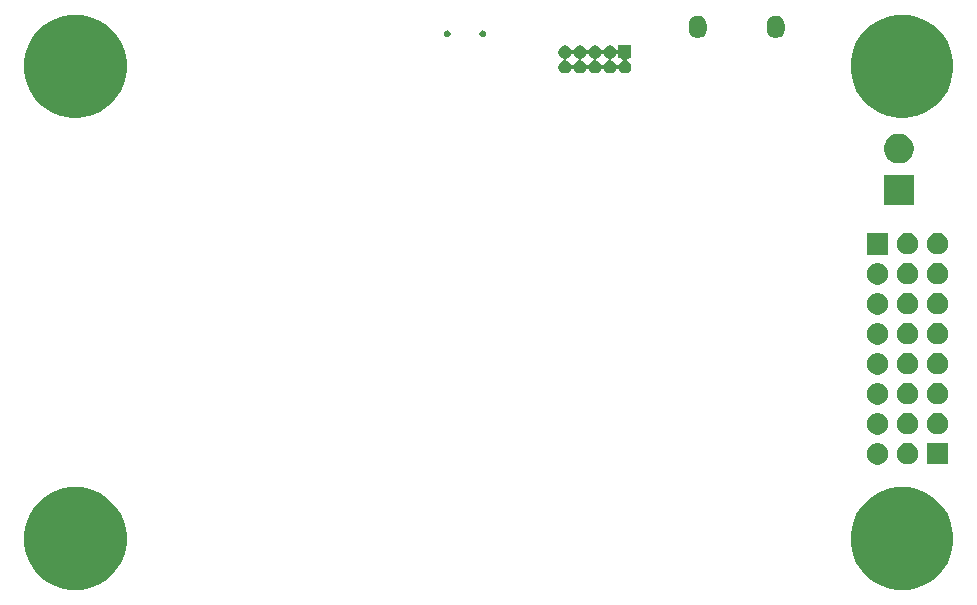
<source format=gbr>
G04 #@! TF.GenerationSoftware,KiCad,Pcbnew,(5.1.5)-3*
G04 #@! TF.CreationDate,2020-06-26T03:51:20+02:00*
G04 #@! TF.ProjectId,HadesNT,48616465-734e-4542-9e6b-696361645f70,rev?*
G04 #@! TF.SameCoordinates,Original*
G04 #@! TF.FileFunction,Soldermask,Bot*
G04 #@! TF.FilePolarity,Negative*
%FSLAX46Y46*%
G04 Gerber Fmt 4.6, Leading zero omitted, Abs format (unit mm)*
G04 Created by KiCad (PCBNEW (5.1.5)-3) date 2020-06-26 03:51:20*
%MOMM*%
%LPD*%
G04 APERTURE LIST*
%ADD10C,0.100000*%
G04 APERTURE END LIST*
D10*
G36*
X95548156Y-60672794D02*
G01*
X96269140Y-60816206D01*
X97060972Y-61144193D01*
X97773601Y-61620357D01*
X98379643Y-62226399D01*
X98855807Y-62939028D01*
X99183794Y-63730860D01*
X99351000Y-64571464D01*
X99351000Y-65428536D01*
X99183794Y-66269140D01*
X98855807Y-67060972D01*
X98379643Y-67773601D01*
X97773601Y-68379643D01*
X97060972Y-68855807D01*
X96269140Y-69183794D01*
X95548156Y-69327206D01*
X95428537Y-69351000D01*
X94571463Y-69351000D01*
X94451844Y-69327206D01*
X93730860Y-69183794D01*
X92939028Y-68855807D01*
X92226399Y-68379643D01*
X91620357Y-67773601D01*
X91144193Y-67060972D01*
X90816206Y-66269140D01*
X90649000Y-65428536D01*
X90649000Y-64571464D01*
X90816206Y-63730860D01*
X91144193Y-62939028D01*
X91620357Y-62226399D01*
X92226399Y-61620357D01*
X92939028Y-61144193D01*
X93730860Y-60816206D01*
X94451844Y-60672794D01*
X94571463Y-60649000D01*
X95428537Y-60649000D01*
X95548156Y-60672794D01*
G37*
G36*
X25548156Y-60672794D02*
G01*
X26269140Y-60816206D01*
X27060972Y-61144193D01*
X27773601Y-61620357D01*
X28379643Y-62226399D01*
X28855807Y-62939028D01*
X29183794Y-63730860D01*
X29351000Y-64571464D01*
X29351000Y-65428536D01*
X29183794Y-66269140D01*
X28855807Y-67060972D01*
X28379643Y-67773601D01*
X27773601Y-68379643D01*
X27060972Y-68855807D01*
X26269140Y-69183794D01*
X25548156Y-69327206D01*
X25428537Y-69351000D01*
X24571463Y-69351000D01*
X24451844Y-69327206D01*
X23730860Y-69183794D01*
X22939028Y-68855807D01*
X22226399Y-68379643D01*
X21620357Y-67773601D01*
X21144193Y-67060972D01*
X20816206Y-66269140D01*
X20649000Y-65428536D01*
X20649000Y-64571464D01*
X20816206Y-63730860D01*
X21144193Y-62939028D01*
X21620357Y-62226399D01*
X22226399Y-61620357D01*
X22939028Y-61144193D01*
X23730860Y-60816206D01*
X24451844Y-60672794D01*
X24571463Y-60649000D01*
X25428537Y-60649000D01*
X25548156Y-60672794D01*
G37*
G36*
X93036988Y-56933624D02*
G01*
X93187812Y-56963624D01*
X93351784Y-57031544D01*
X93499354Y-57130147D01*
X93624853Y-57255646D01*
X93723456Y-57403216D01*
X93791376Y-57567188D01*
X93826000Y-57741259D01*
X93826000Y-57918741D01*
X93791376Y-58092812D01*
X93723456Y-58256784D01*
X93624853Y-58404354D01*
X93499354Y-58529853D01*
X93351784Y-58628456D01*
X93187812Y-58696376D01*
X93038512Y-58726073D01*
X93013742Y-58731000D01*
X92836258Y-58731000D01*
X92811488Y-58726073D01*
X92662188Y-58696376D01*
X92498216Y-58628456D01*
X92350646Y-58529853D01*
X92225147Y-58404354D01*
X92126544Y-58256784D01*
X92058624Y-58092812D01*
X92024000Y-57918741D01*
X92024000Y-57741259D01*
X92058624Y-57567188D01*
X92126544Y-57403216D01*
X92225147Y-57255646D01*
X92350646Y-57130147D01*
X92498216Y-57031544D01*
X92662188Y-56963624D01*
X92813012Y-56933624D01*
X92836258Y-56929000D01*
X93013742Y-56929000D01*
X93036988Y-56933624D01*
G37*
G36*
X98901000Y-58701000D02*
G01*
X97099000Y-58701000D01*
X97099000Y-56899000D01*
X98901000Y-56899000D01*
X98901000Y-58701000D01*
G37*
G36*
X95573512Y-56903927D02*
G01*
X95722812Y-56933624D01*
X95886784Y-57001544D01*
X96034354Y-57100147D01*
X96159853Y-57225646D01*
X96258456Y-57373216D01*
X96326376Y-57537188D01*
X96361000Y-57711259D01*
X96361000Y-57888741D01*
X96326376Y-58062812D01*
X96258456Y-58226784D01*
X96159853Y-58374354D01*
X96034354Y-58499853D01*
X95886784Y-58598456D01*
X95722812Y-58666376D01*
X95573512Y-58696073D01*
X95548742Y-58701000D01*
X95371258Y-58701000D01*
X95346488Y-58696073D01*
X95197188Y-58666376D01*
X95033216Y-58598456D01*
X94885646Y-58499853D01*
X94760147Y-58374354D01*
X94661544Y-58226784D01*
X94593624Y-58062812D01*
X94559000Y-57888741D01*
X94559000Y-57711259D01*
X94593624Y-57537188D01*
X94661544Y-57373216D01*
X94760147Y-57225646D01*
X94885646Y-57100147D01*
X95033216Y-57001544D01*
X95197188Y-56933624D01*
X95346488Y-56903927D01*
X95371258Y-56899000D01*
X95548742Y-56899000D01*
X95573512Y-56903927D01*
G37*
G36*
X93036988Y-54393624D02*
G01*
X93187812Y-54423624D01*
X93351784Y-54491544D01*
X93499354Y-54590147D01*
X93624853Y-54715646D01*
X93723456Y-54863216D01*
X93791376Y-55027188D01*
X93826000Y-55201259D01*
X93826000Y-55378741D01*
X93791376Y-55552812D01*
X93723456Y-55716784D01*
X93624853Y-55864354D01*
X93499354Y-55989853D01*
X93351784Y-56088456D01*
X93187812Y-56156376D01*
X93038512Y-56186073D01*
X93013742Y-56191000D01*
X92836258Y-56191000D01*
X92811488Y-56186073D01*
X92662188Y-56156376D01*
X92498216Y-56088456D01*
X92350646Y-55989853D01*
X92225147Y-55864354D01*
X92126544Y-55716784D01*
X92058624Y-55552812D01*
X92024000Y-55378741D01*
X92024000Y-55201259D01*
X92058624Y-55027188D01*
X92126544Y-54863216D01*
X92225147Y-54715646D01*
X92350646Y-54590147D01*
X92498216Y-54491544D01*
X92662188Y-54423624D01*
X92813012Y-54393624D01*
X92836258Y-54389000D01*
X93013742Y-54389000D01*
X93036988Y-54393624D01*
G37*
G36*
X98113512Y-54363927D02*
G01*
X98262812Y-54393624D01*
X98426784Y-54461544D01*
X98574354Y-54560147D01*
X98699853Y-54685646D01*
X98798456Y-54833216D01*
X98866376Y-54997188D01*
X98901000Y-55171259D01*
X98901000Y-55348741D01*
X98866376Y-55522812D01*
X98798456Y-55686784D01*
X98699853Y-55834354D01*
X98574354Y-55959853D01*
X98426784Y-56058456D01*
X98262812Y-56126376D01*
X98113512Y-56156073D01*
X98088742Y-56161000D01*
X97911258Y-56161000D01*
X97886488Y-56156073D01*
X97737188Y-56126376D01*
X97573216Y-56058456D01*
X97425646Y-55959853D01*
X97300147Y-55834354D01*
X97201544Y-55686784D01*
X97133624Y-55522812D01*
X97099000Y-55348741D01*
X97099000Y-55171259D01*
X97133624Y-54997188D01*
X97201544Y-54833216D01*
X97300147Y-54685646D01*
X97425646Y-54560147D01*
X97573216Y-54461544D01*
X97737188Y-54393624D01*
X97886488Y-54363927D01*
X97911258Y-54359000D01*
X98088742Y-54359000D01*
X98113512Y-54363927D01*
G37*
G36*
X95573512Y-54363927D02*
G01*
X95722812Y-54393624D01*
X95886784Y-54461544D01*
X96034354Y-54560147D01*
X96159853Y-54685646D01*
X96258456Y-54833216D01*
X96326376Y-54997188D01*
X96361000Y-55171259D01*
X96361000Y-55348741D01*
X96326376Y-55522812D01*
X96258456Y-55686784D01*
X96159853Y-55834354D01*
X96034354Y-55959853D01*
X95886784Y-56058456D01*
X95722812Y-56126376D01*
X95573512Y-56156073D01*
X95548742Y-56161000D01*
X95371258Y-56161000D01*
X95346488Y-56156073D01*
X95197188Y-56126376D01*
X95033216Y-56058456D01*
X94885646Y-55959853D01*
X94760147Y-55834354D01*
X94661544Y-55686784D01*
X94593624Y-55522812D01*
X94559000Y-55348741D01*
X94559000Y-55171259D01*
X94593624Y-54997188D01*
X94661544Y-54833216D01*
X94760147Y-54685646D01*
X94885646Y-54560147D01*
X95033216Y-54461544D01*
X95197188Y-54393624D01*
X95346488Y-54363927D01*
X95371258Y-54359000D01*
X95548742Y-54359000D01*
X95573512Y-54363927D01*
G37*
G36*
X93036988Y-51853624D02*
G01*
X93187812Y-51883624D01*
X93351784Y-51951544D01*
X93499354Y-52050147D01*
X93624853Y-52175646D01*
X93723456Y-52323216D01*
X93791376Y-52487188D01*
X93826000Y-52661259D01*
X93826000Y-52838741D01*
X93791376Y-53012812D01*
X93723456Y-53176784D01*
X93624853Y-53324354D01*
X93499354Y-53449853D01*
X93351784Y-53548456D01*
X93187812Y-53616376D01*
X93038512Y-53646073D01*
X93013742Y-53651000D01*
X92836258Y-53651000D01*
X92811488Y-53646073D01*
X92662188Y-53616376D01*
X92498216Y-53548456D01*
X92350646Y-53449853D01*
X92225147Y-53324354D01*
X92126544Y-53176784D01*
X92058624Y-53012812D01*
X92024000Y-52838741D01*
X92024000Y-52661259D01*
X92058624Y-52487188D01*
X92126544Y-52323216D01*
X92225147Y-52175646D01*
X92350646Y-52050147D01*
X92498216Y-51951544D01*
X92662188Y-51883624D01*
X92813012Y-51853624D01*
X92836258Y-51849000D01*
X93013742Y-51849000D01*
X93036988Y-51853624D01*
G37*
G36*
X98113512Y-51823927D02*
G01*
X98262812Y-51853624D01*
X98426784Y-51921544D01*
X98574354Y-52020147D01*
X98699853Y-52145646D01*
X98798456Y-52293216D01*
X98866376Y-52457188D01*
X98901000Y-52631259D01*
X98901000Y-52808741D01*
X98866376Y-52982812D01*
X98798456Y-53146784D01*
X98699853Y-53294354D01*
X98574354Y-53419853D01*
X98426784Y-53518456D01*
X98262812Y-53586376D01*
X98113512Y-53616073D01*
X98088742Y-53621000D01*
X97911258Y-53621000D01*
X97886488Y-53616073D01*
X97737188Y-53586376D01*
X97573216Y-53518456D01*
X97425646Y-53419853D01*
X97300147Y-53294354D01*
X97201544Y-53146784D01*
X97133624Y-52982812D01*
X97099000Y-52808741D01*
X97099000Y-52631259D01*
X97133624Y-52457188D01*
X97201544Y-52293216D01*
X97300147Y-52145646D01*
X97425646Y-52020147D01*
X97573216Y-51921544D01*
X97737188Y-51853624D01*
X97886488Y-51823927D01*
X97911258Y-51819000D01*
X98088742Y-51819000D01*
X98113512Y-51823927D01*
G37*
G36*
X95573512Y-51823927D02*
G01*
X95722812Y-51853624D01*
X95886784Y-51921544D01*
X96034354Y-52020147D01*
X96159853Y-52145646D01*
X96258456Y-52293216D01*
X96326376Y-52457188D01*
X96361000Y-52631259D01*
X96361000Y-52808741D01*
X96326376Y-52982812D01*
X96258456Y-53146784D01*
X96159853Y-53294354D01*
X96034354Y-53419853D01*
X95886784Y-53518456D01*
X95722812Y-53586376D01*
X95573512Y-53616073D01*
X95548742Y-53621000D01*
X95371258Y-53621000D01*
X95346488Y-53616073D01*
X95197188Y-53586376D01*
X95033216Y-53518456D01*
X94885646Y-53419853D01*
X94760147Y-53294354D01*
X94661544Y-53146784D01*
X94593624Y-52982812D01*
X94559000Y-52808741D01*
X94559000Y-52631259D01*
X94593624Y-52457188D01*
X94661544Y-52293216D01*
X94760147Y-52145646D01*
X94885646Y-52020147D01*
X95033216Y-51921544D01*
X95197188Y-51853624D01*
X95346488Y-51823927D01*
X95371258Y-51819000D01*
X95548742Y-51819000D01*
X95573512Y-51823927D01*
G37*
G36*
X93036988Y-49313624D02*
G01*
X93187812Y-49343624D01*
X93351784Y-49411544D01*
X93499354Y-49510147D01*
X93624853Y-49635646D01*
X93723456Y-49783216D01*
X93791376Y-49947188D01*
X93826000Y-50121259D01*
X93826000Y-50298741D01*
X93791376Y-50472812D01*
X93723456Y-50636784D01*
X93624853Y-50784354D01*
X93499354Y-50909853D01*
X93351784Y-51008456D01*
X93187812Y-51076376D01*
X93038512Y-51106073D01*
X93013742Y-51111000D01*
X92836258Y-51111000D01*
X92811488Y-51106073D01*
X92662188Y-51076376D01*
X92498216Y-51008456D01*
X92350646Y-50909853D01*
X92225147Y-50784354D01*
X92126544Y-50636784D01*
X92058624Y-50472812D01*
X92024000Y-50298741D01*
X92024000Y-50121259D01*
X92058624Y-49947188D01*
X92126544Y-49783216D01*
X92225147Y-49635646D01*
X92350646Y-49510147D01*
X92498216Y-49411544D01*
X92662188Y-49343624D01*
X92813012Y-49313624D01*
X92836258Y-49309000D01*
X93013742Y-49309000D01*
X93036988Y-49313624D01*
G37*
G36*
X98113512Y-49283927D02*
G01*
X98262812Y-49313624D01*
X98426784Y-49381544D01*
X98574354Y-49480147D01*
X98699853Y-49605646D01*
X98798456Y-49753216D01*
X98866376Y-49917188D01*
X98901000Y-50091259D01*
X98901000Y-50268741D01*
X98866376Y-50442812D01*
X98798456Y-50606784D01*
X98699853Y-50754354D01*
X98574354Y-50879853D01*
X98426784Y-50978456D01*
X98262812Y-51046376D01*
X98113512Y-51076073D01*
X98088742Y-51081000D01*
X97911258Y-51081000D01*
X97886488Y-51076073D01*
X97737188Y-51046376D01*
X97573216Y-50978456D01*
X97425646Y-50879853D01*
X97300147Y-50754354D01*
X97201544Y-50606784D01*
X97133624Y-50442812D01*
X97099000Y-50268741D01*
X97099000Y-50091259D01*
X97133624Y-49917188D01*
X97201544Y-49753216D01*
X97300147Y-49605646D01*
X97425646Y-49480147D01*
X97573216Y-49381544D01*
X97737188Y-49313624D01*
X97886488Y-49283927D01*
X97911258Y-49279000D01*
X98088742Y-49279000D01*
X98113512Y-49283927D01*
G37*
G36*
X95573512Y-49283927D02*
G01*
X95722812Y-49313624D01*
X95886784Y-49381544D01*
X96034354Y-49480147D01*
X96159853Y-49605646D01*
X96258456Y-49753216D01*
X96326376Y-49917188D01*
X96361000Y-50091259D01*
X96361000Y-50268741D01*
X96326376Y-50442812D01*
X96258456Y-50606784D01*
X96159853Y-50754354D01*
X96034354Y-50879853D01*
X95886784Y-50978456D01*
X95722812Y-51046376D01*
X95573512Y-51076073D01*
X95548742Y-51081000D01*
X95371258Y-51081000D01*
X95346488Y-51076073D01*
X95197188Y-51046376D01*
X95033216Y-50978456D01*
X94885646Y-50879853D01*
X94760147Y-50754354D01*
X94661544Y-50606784D01*
X94593624Y-50442812D01*
X94559000Y-50268741D01*
X94559000Y-50091259D01*
X94593624Y-49917188D01*
X94661544Y-49753216D01*
X94760147Y-49605646D01*
X94885646Y-49480147D01*
X95033216Y-49381544D01*
X95197188Y-49313624D01*
X95346488Y-49283927D01*
X95371258Y-49279000D01*
X95548742Y-49279000D01*
X95573512Y-49283927D01*
G37*
G36*
X93036988Y-46773624D02*
G01*
X93187812Y-46803624D01*
X93351784Y-46871544D01*
X93499354Y-46970147D01*
X93624853Y-47095646D01*
X93723456Y-47243216D01*
X93791376Y-47407188D01*
X93826000Y-47581259D01*
X93826000Y-47758741D01*
X93791376Y-47932812D01*
X93723456Y-48096784D01*
X93624853Y-48244354D01*
X93499354Y-48369853D01*
X93351784Y-48468456D01*
X93187812Y-48536376D01*
X93038512Y-48566073D01*
X93013742Y-48571000D01*
X92836258Y-48571000D01*
X92811488Y-48566073D01*
X92662188Y-48536376D01*
X92498216Y-48468456D01*
X92350646Y-48369853D01*
X92225147Y-48244354D01*
X92126544Y-48096784D01*
X92058624Y-47932812D01*
X92024000Y-47758741D01*
X92024000Y-47581259D01*
X92058624Y-47407188D01*
X92126544Y-47243216D01*
X92225147Y-47095646D01*
X92350646Y-46970147D01*
X92498216Y-46871544D01*
X92662188Y-46803624D01*
X92813012Y-46773624D01*
X92836258Y-46769000D01*
X93013742Y-46769000D01*
X93036988Y-46773624D01*
G37*
G36*
X98113512Y-46743927D02*
G01*
X98262812Y-46773624D01*
X98426784Y-46841544D01*
X98574354Y-46940147D01*
X98699853Y-47065646D01*
X98798456Y-47213216D01*
X98866376Y-47377188D01*
X98901000Y-47551259D01*
X98901000Y-47728741D01*
X98866376Y-47902812D01*
X98798456Y-48066784D01*
X98699853Y-48214354D01*
X98574354Y-48339853D01*
X98426784Y-48438456D01*
X98262812Y-48506376D01*
X98113512Y-48536073D01*
X98088742Y-48541000D01*
X97911258Y-48541000D01*
X97886488Y-48536073D01*
X97737188Y-48506376D01*
X97573216Y-48438456D01*
X97425646Y-48339853D01*
X97300147Y-48214354D01*
X97201544Y-48066784D01*
X97133624Y-47902812D01*
X97099000Y-47728741D01*
X97099000Y-47551259D01*
X97133624Y-47377188D01*
X97201544Y-47213216D01*
X97300147Y-47065646D01*
X97425646Y-46940147D01*
X97573216Y-46841544D01*
X97737188Y-46773624D01*
X97886488Y-46743927D01*
X97911258Y-46739000D01*
X98088742Y-46739000D01*
X98113512Y-46743927D01*
G37*
G36*
X95573512Y-46743927D02*
G01*
X95722812Y-46773624D01*
X95886784Y-46841544D01*
X96034354Y-46940147D01*
X96159853Y-47065646D01*
X96258456Y-47213216D01*
X96326376Y-47377188D01*
X96361000Y-47551259D01*
X96361000Y-47728741D01*
X96326376Y-47902812D01*
X96258456Y-48066784D01*
X96159853Y-48214354D01*
X96034354Y-48339853D01*
X95886784Y-48438456D01*
X95722812Y-48506376D01*
X95573512Y-48536073D01*
X95548742Y-48541000D01*
X95371258Y-48541000D01*
X95346488Y-48536073D01*
X95197188Y-48506376D01*
X95033216Y-48438456D01*
X94885646Y-48339853D01*
X94760147Y-48214354D01*
X94661544Y-48066784D01*
X94593624Y-47902812D01*
X94559000Y-47728741D01*
X94559000Y-47551259D01*
X94593624Y-47377188D01*
X94661544Y-47213216D01*
X94760147Y-47065646D01*
X94885646Y-46940147D01*
X95033216Y-46841544D01*
X95197188Y-46773624D01*
X95346488Y-46743927D01*
X95371258Y-46739000D01*
X95548742Y-46739000D01*
X95573512Y-46743927D01*
G37*
G36*
X93036988Y-44233624D02*
G01*
X93187812Y-44263624D01*
X93351784Y-44331544D01*
X93499354Y-44430147D01*
X93624853Y-44555646D01*
X93723456Y-44703216D01*
X93791376Y-44867188D01*
X93826000Y-45041259D01*
X93826000Y-45218741D01*
X93791376Y-45392812D01*
X93723456Y-45556784D01*
X93624853Y-45704354D01*
X93499354Y-45829853D01*
X93351784Y-45928456D01*
X93187812Y-45996376D01*
X93038512Y-46026073D01*
X93013742Y-46031000D01*
X92836258Y-46031000D01*
X92811488Y-46026073D01*
X92662188Y-45996376D01*
X92498216Y-45928456D01*
X92350646Y-45829853D01*
X92225147Y-45704354D01*
X92126544Y-45556784D01*
X92058624Y-45392812D01*
X92024000Y-45218741D01*
X92024000Y-45041259D01*
X92058624Y-44867188D01*
X92126544Y-44703216D01*
X92225147Y-44555646D01*
X92350646Y-44430147D01*
X92498216Y-44331544D01*
X92662188Y-44263624D01*
X92813012Y-44233624D01*
X92836258Y-44229000D01*
X93013742Y-44229000D01*
X93036988Y-44233624D01*
G37*
G36*
X98113512Y-44203927D02*
G01*
X98262812Y-44233624D01*
X98426784Y-44301544D01*
X98574354Y-44400147D01*
X98699853Y-44525646D01*
X98798456Y-44673216D01*
X98866376Y-44837188D01*
X98901000Y-45011259D01*
X98901000Y-45188741D01*
X98866376Y-45362812D01*
X98798456Y-45526784D01*
X98699853Y-45674354D01*
X98574354Y-45799853D01*
X98426784Y-45898456D01*
X98262812Y-45966376D01*
X98113512Y-45996073D01*
X98088742Y-46001000D01*
X97911258Y-46001000D01*
X97886488Y-45996073D01*
X97737188Y-45966376D01*
X97573216Y-45898456D01*
X97425646Y-45799853D01*
X97300147Y-45674354D01*
X97201544Y-45526784D01*
X97133624Y-45362812D01*
X97099000Y-45188741D01*
X97099000Y-45011259D01*
X97133624Y-44837188D01*
X97201544Y-44673216D01*
X97300147Y-44525646D01*
X97425646Y-44400147D01*
X97573216Y-44301544D01*
X97737188Y-44233624D01*
X97886488Y-44203927D01*
X97911258Y-44199000D01*
X98088742Y-44199000D01*
X98113512Y-44203927D01*
G37*
G36*
X95573512Y-44203927D02*
G01*
X95722812Y-44233624D01*
X95886784Y-44301544D01*
X96034354Y-44400147D01*
X96159853Y-44525646D01*
X96258456Y-44673216D01*
X96326376Y-44837188D01*
X96361000Y-45011259D01*
X96361000Y-45188741D01*
X96326376Y-45362812D01*
X96258456Y-45526784D01*
X96159853Y-45674354D01*
X96034354Y-45799853D01*
X95886784Y-45898456D01*
X95722812Y-45966376D01*
X95573512Y-45996073D01*
X95548742Y-46001000D01*
X95371258Y-46001000D01*
X95346488Y-45996073D01*
X95197188Y-45966376D01*
X95033216Y-45898456D01*
X94885646Y-45799853D01*
X94760147Y-45674354D01*
X94661544Y-45526784D01*
X94593624Y-45362812D01*
X94559000Y-45188741D01*
X94559000Y-45011259D01*
X94593624Y-44837188D01*
X94661544Y-44673216D01*
X94760147Y-44525646D01*
X94885646Y-44400147D01*
X95033216Y-44301544D01*
X95197188Y-44233624D01*
X95346488Y-44203927D01*
X95371258Y-44199000D01*
X95548742Y-44199000D01*
X95573512Y-44203927D01*
G37*
G36*
X93036988Y-41693624D02*
G01*
X93187812Y-41723624D01*
X93351784Y-41791544D01*
X93499354Y-41890147D01*
X93624853Y-42015646D01*
X93723456Y-42163216D01*
X93791376Y-42327188D01*
X93826000Y-42501259D01*
X93826000Y-42678741D01*
X93791376Y-42852812D01*
X93723456Y-43016784D01*
X93624853Y-43164354D01*
X93499354Y-43289853D01*
X93351784Y-43388456D01*
X93187812Y-43456376D01*
X93038512Y-43486073D01*
X93013742Y-43491000D01*
X92836258Y-43491000D01*
X92811488Y-43486073D01*
X92662188Y-43456376D01*
X92498216Y-43388456D01*
X92350646Y-43289853D01*
X92225147Y-43164354D01*
X92126544Y-43016784D01*
X92058624Y-42852812D01*
X92024000Y-42678741D01*
X92024000Y-42501259D01*
X92058624Y-42327188D01*
X92126544Y-42163216D01*
X92225147Y-42015646D01*
X92350646Y-41890147D01*
X92498216Y-41791544D01*
X92662188Y-41723624D01*
X92813012Y-41693624D01*
X92836258Y-41689000D01*
X93013742Y-41689000D01*
X93036988Y-41693624D01*
G37*
G36*
X98113512Y-41663927D02*
G01*
X98262812Y-41693624D01*
X98426784Y-41761544D01*
X98574354Y-41860147D01*
X98699853Y-41985646D01*
X98798456Y-42133216D01*
X98866376Y-42297188D01*
X98901000Y-42471259D01*
X98901000Y-42648741D01*
X98866376Y-42822812D01*
X98798456Y-42986784D01*
X98699853Y-43134354D01*
X98574354Y-43259853D01*
X98426784Y-43358456D01*
X98262812Y-43426376D01*
X98113512Y-43456073D01*
X98088742Y-43461000D01*
X97911258Y-43461000D01*
X97886488Y-43456073D01*
X97737188Y-43426376D01*
X97573216Y-43358456D01*
X97425646Y-43259853D01*
X97300147Y-43134354D01*
X97201544Y-42986784D01*
X97133624Y-42822812D01*
X97099000Y-42648741D01*
X97099000Y-42471259D01*
X97133624Y-42297188D01*
X97201544Y-42133216D01*
X97300147Y-41985646D01*
X97425646Y-41860147D01*
X97573216Y-41761544D01*
X97737188Y-41693624D01*
X97886488Y-41663927D01*
X97911258Y-41659000D01*
X98088742Y-41659000D01*
X98113512Y-41663927D01*
G37*
G36*
X95573512Y-41663927D02*
G01*
X95722812Y-41693624D01*
X95886784Y-41761544D01*
X96034354Y-41860147D01*
X96159853Y-41985646D01*
X96258456Y-42133216D01*
X96326376Y-42297188D01*
X96361000Y-42471259D01*
X96361000Y-42648741D01*
X96326376Y-42822812D01*
X96258456Y-42986784D01*
X96159853Y-43134354D01*
X96034354Y-43259853D01*
X95886784Y-43358456D01*
X95722812Y-43426376D01*
X95573512Y-43456073D01*
X95548742Y-43461000D01*
X95371258Y-43461000D01*
X95346488Y-43456073D01*
X95197188Y-43426376D01*
X95033216Y-43358456D01*
X94885646Y-43259853D01*
X94760147Y-43134354D01*
X94661544Y-42986784D01*
X94593624Y-42822812D01*
X94559000Y-42648741D01*
X94559000Y-42471259D01*
X94593624Y-42297188D01*
X94661544Y-42133216D01*
X94760147Y-41985646D01*
X94885646Y-41860147D01*
X95033216Y-41761544D01*
X95197188Y-41693624D01*
X95346488Y-41663927D01*
X95371258Y-41659000D01*
X95548742Y-41659000D01*
X95573512Y-41663927D01*
G37*
G36*
X93826000Y-40951000D02*
G01*
X92024000Y-40951000D01*
X92024000Y-39149000D01*
X93826000Y-39149000D01*
X93826000Y-40951000D01*
G37*
G36*
X95573512Y-39123927D02*
G01*
X95722812Y-39153624D01*
X95886784Y-39221544D01*
X96034354Y-39320147D01*
X96159853Y-39445646D01*
X96258456Y-39593216D01*
X96326376Y-39757188D01*
X96361000Y-39931259D01*
X96361000Y-40108741D01*
X96326376Y-40282812D01*
X96258456Y-40446784D01*
X96159853Y-40594354D01*
X96034354Y-40719853D01*
X95886784Y-40818456D01*
X95722812Y-40886376D01*
X95573512Y-40916073D01*
X95548742Y-40921000D01*
X95371258Y-40921000D01*
X95346488Y-40916073D01*
X95197188Y-40886376D01*
X95033216Y-40818456D01*
X94885646Y-40719853D01*
X94760147Y-40594354D01*
X94661544Y-40446784D01*
X94593624Y-40282812D01*
X94559000Y-40108741D01*
X94559000Y-39931259D01*
X94593624Y-39757188D01*
X94661544Y-39593216D01*
X94760147Y-39445646D01*
X94885646Y-39320147D01*
X95033216Y-39221544D01*
X95197188Y-39153624D01*
X95346488Y-39123927D01*
X95371258Y-39119000D01*
X95548742Y-39119000D01*
X95573512Y-39123927D01*
G37*
G36*
X98113512Y-39123927D02*
G01*
X98262812Y-39153624D01*
X98426784Y-39221544D01*
X98574354Y-39320147D01*
X98699853Y-39445646D01*
X98798456Y-39593216D01*
X98866376Y-39757188D01*
X98901000Y-39931259D01*
X98901000Y-40108741D01*
X98866376Y-40282812D01*
X98798456Y-40446784D01*
X98699853Y-40594354D01*
X98574354Y-40719853D01*
X98426784Y-40818456D01*
X98262812Y-40886376D01*
X98113512Y-40916073D01*
X98088742Y-40921000D01*
X97911258Y-40921000D01*
X97886488Y-40916073D01*
X97737188Y-40886376D01*
X97573216Y-40818456D01*
X97425646Y-40719853D01*
X97300147Y-40594354D01*
X97201544Y-40446784D01*
X97133624Y-40282812D01*
X97099000Y-40108741D01*
X97099000Y-39931259D01*
X97133624Y-39757188D01*
X97201544Y-39593216D01*
X97300147Y-39445646D01*
X97425646Y-39320147D01*
X97573216Y-39221544D01*
X97737188Y-39153624D01*
X97886488Y-39123927D01*
X97911258Y-39119000D01*
X98088742Y-39119000D01*
X98113512Y-39123927D01*
G37*
G36*
X95976000Y-36726000D02*
G01*
X93474000Y-36726000D01*
X93474000Y-34224000D01*
X95976000Y-34224000D01*
X95976000Y-36726000D01*
G37*
G36*
X95089903Y-30772075D02*
G01*
X95317571Y-30866378D01*
X95522466Y-31003285D01*
X95696715Y-31177534D01*
X95833622Y-31382429D01*
X95927925Y-31610097D01*
X95976000Y-31851787D01*
X95976000Y-32098213D01*
X95927925Y-32339903D01*
X95833622Y-32567571D01*
X95696715Y-32772466D01*
X95522466Y-32946715D01*
X95317571Y-33083622D01*
X95317570Y-33083623D01*
X95317569Y-33083623D01*
X95089903Y-33177925D01*
X94848214Y-33226000D01*
X94601786Y-33226000D01*
X94360097Y-33177925D01*
X94132431Y-33083623D01*
X94132430Y-33083623D01*
X94132429Y-33083622D01*
X93927534Y-32946715D01*
X93753285Y-32772466D01*
X93616378Y-32567571D01*
X93522075Y-32339903D01*
X93474000Y-32098213D01*
X93474000Y-31851787D01*
X93522075Y-31610097D01*
X93616378Y-31382429D01*
X93753285Y-31177534D01*
X93927534Y-31003285D01*
X94132429Y-30866378D01*
X94360097Y-30772075D01*
X94601786Y-30724000D01*
X94848214Y-30724000D01*
X95089903Y-30772075D01*
G37*
G36*
X95548156Y-20672794D02*
G01*
X96269140Y-20816206D01*
X97060972Y-21144193D01*
X97773601Y-21620357D01*
X98379643Y-22226399D01*
X98855807Y-22939028D01*
X99183794Y-23730860D01*
X99351000Y-24571464D01*
X99351000Y-25428536D01*
X99183794Y-26269140D01*
X98855807Y-27060972D01*
X98379643Y-27773601D01*
X97773601Y-28379643D01*
X97060972Y-28855807D01*
X96269140Y-29183794D01*
X95548156Y-29327206D01*
X95428537Y-29351000D01*
X94571463Y-29351000D01*
X94451844Y-29327206D01*
X93730860Y-29183794D01*
X92939028Y-28855807D01*
X92226399Y-28379643D01*
X91620357Y-27773601D01*
X91144193Y-27060972D01*
X90816206Y-26269140D01*
X90649000Y-25428536D01*
X90649000Y-24571464D01*
X90816206Y-23730860D01*
X91144193Y-22939028D01*
X91620357Y-22226399D01*
X92226399Y-21620357D01*
X92939028Y-21144193D01*
X93730860Y-20816206D01*
X94451844Y-20672794D01*
X94571463Y-20649000D01*
X95428537Y-20649000D01*
X95548156Y-20672794D01*
G37*
G36*
X25548156Y-20672794D02*
G01*
X26269140Y-20816206D01*
X27060972Y-21144193D01*
X27773601Y-21620357D01*
X28379643Y-22226399D01*
X28855807Y-22939028D01*
X29183794Y-23730860D01*
X29351000Y-24571464D01*
X29351000Y-25428536D01*
X29183794Y-26269140D01*
X28855807Y-27060972D01*
X28379643Y-27773601D01*
X27773601Y-28379643D01*
X27060972Y-28855807D01*
X26269140Y-29183794D01*
X25548156Y-29327206D01*
X25428537Y-29351000D01*
X24571463Y-29351000D01*
X24451844Y-29327206D01*
X23730860Y-29183794D01*
X22939028Y-28855807D01*
X22226399Y-28379643D01*
X21620357Y-27773601D01*
X21144193Y-27060972D01*
X20816206Y-26269140D01*
X20649000Y-25428536D01*
X20649000Y-24571464D01*
X20816206Y-23730860D01*
X21144193Y-22939028D01*
X21620357Y-22226399D01*
X22226399Y-21620357D01*
X22939028Y-21144193D01*
X23730860Y-20816206D01*
X24451844Y-20672794D01*
X24571463Y-20649000D01*
X25428537Y-20649000D01*
X25548156Y-20672794D01*
G37*
G36*
X66620721Y-23270174D02*
G01*
X66720995Y-23311709D01*
X66720996Y-23311710D01*
X66811242Y-23372010D01*
X66887990Y-23448758D01*
X66887991Y-23448760D01*
X66948291Y-23539005D01*
X66979516Y-23614389D01*
X66991067Y-23636000D01*
X67006612Y-23654941D01*
X67025554Y-23670487D01*
X67047165Y-23682038D01*
X67070614Y-23689151D01*
X67095000Y-23691553D01*
X67119386Y-23689151D01*
X67142835Y-23682038D01*
X67164446Y-23670487D01*
X67183387Y-23654942D01*
X67198933Y-23636000D01*
X67210484Y-23614389D01*
X67241709Y-23539005D01*
X67302009Y-23448760D01*
X67302010Y-23448758D01*
X67378758Y-23372010D01*
X67469004Y-23311710D01*
X67469005Y-23311709D01*
X67569279Y-23270174D01*
X67675730Y-23249000D01*
X67784270Y-23249000D01*
X67890721Y-23270174D01*
X67990995Y-23311709D01*
X67990996Y-23311710D01*
X68081242Y-23372010D01*
X68157990Y-23448758D01*
X68157991Y-23448760D01*
X68218291Y-23539005D01*
X68249516Y-23614389D01*
X68261067Y-23636000D01*
X68276612Y-23654941D01*
X68295554Y-23670487D01*
X68317165Y-23682038D01*
X68340614Y-23689151D01*
X68365000Y-23691553D01*
X68389386Y-23689151D01*
X68412835Y-23682038D01*
X68434446Y-23670487D01*
X68453387Y-23654942D01*
X68468933Y-23636000D01*
X68480484Y-23614389D01*
X68511709Y-23539005D01*
X68572009Y-23448760D01*
X68572010Y-23448758D01*
X68648758Y-23372010D01*
X68739004Y-23311710D01*
X68739005Y-23311709D01*
X68839279Y-23270174D01*
X68945730Y-23249000D01*
X69054270Y-23249000D01*
X69160721Y-23270174D01*
X69260995Y-23311709D01*
X69260996Y-23311710D01*
X69351242Y-23372010D01*
X69427990Y-23448758D01*
X69427991Y-23448760D01*
X69488291Y-23539005D01*
X69519516Y-23614389D01*
X69531067Y-23636000D01*
X69546612Y-23654941D01*
X69565554Y-23670487D01*
X69587165Y-23682038D01*
X69610614Y-23689151D01*
X69635000Y-23691553D01*
X69659386Y-23689151D01*
X69682835Y-23682038D01*
X69704446Y-23670487D01*
X69723387Y-23654942D01*
X69738933Y-23636000D01*
X69750484Y-23614389D01*
X69781709Y-23539005D01*
X69842009Y-23448760D01*
X69842010Y-23448758D01*
X69918758Y-23372010D01*
X70009004Y-23311710D01*
X70009005Y-23311709D01*
X70109279Y-23270174D01*
X70215730Y-23249000D01*
X70324270Y-23249000D01*
X70430721Y-23270174D01*
X70530995Y-23311709D01*
X70530996Y-23311710D01*
X70621242Y-23372010D01*
X70697990Y-23448758D01*
X70697991Y-23448760D01*
X70760068Y-23541664D01*
X70775614Y-23560606D01*
X70794556Y-23576151D01*
X70816167Y-23587702D01*
X70839615Y-23594815D01*
X70864002Y-23597217D01*
X70888388Y-23594815D01*
X70911837Y-23587702D01*
X70933447Y-23576151D01*
X70952389Y-23560605D01*
X70967934Y-23541663D01*
X70979485Y-23520052D01*
X70986598Y-23496604D01*
X70989000Y-23472218D01*
X70989000Y-23249000D01*
X72091000Y-23249000D01*
X72091000Y-24351000D01*
X71867782Y-24351000D01*
X71843396Y-24353402D01*
X71819947Y-24360515D01*
X71798336Y-24372066D01*
X71779394Y-24387611D01*
X71763849Y-24406553D01*
X71752298Y-24428164D01*
X71745185Y-24451613D01*
X71742783Y-24475999D01*
X71745185Y-24500385D01*
X71752298Y-24523834D01*
X71763849Y-24545445D01*
X71779394Y-24564387D01*
X71798336Y-24579932D01*
X71859816Y-24621012D01*
X71891242Y-24642010D01*
X71967990Y-24718758D01*
X71967991Y-24718760D01*
X72028291Y-24809005D01*
X72069826Y-24909279D01*
X72091000Y-25015730D01*
X72091000Y-25124270D01*
X72069826Y-25230721D01*
X72028291Y-25330995D01*
X72028290Y-25330996D01*
X71967990Y-25421242D01*
X71891242Y-25497990D01*
X71886737Y-25501000D01*
X71800995Y-25558291D01*
X71700721Y-25599826D01*
X71594270Y-25621000D01*
X71485730Y-25621000D01*
X71379279Y-25599826D01*
X71279005Y-25558291D01*
X71193263Y-25501000D01*
X71188758Y-25497990D01*
X71112010Y-25421242D01*
X71051710Y-25330996D01*
X71051709Y-25330995D01*
X71020484Y-25255611D01*
X71008933Y-25234000D01*
X70993388Y-25215059D01*
X70974446Y-25199513D01*
X70952835Y-25187962D01*
X70929386Y-25180849D01*
X70905000Y-25178447D01*
X70880614Y-25180849D01*
X70857165Y-25187962D01*
X70835554Y-25199513D01*
X70816613Y-25215058D01*
X70801067Y-25234000D01*
X70789516Y-25255611D01*
X70758291Y-25330995D01*
X70758290Y-25330996D01*
X70697990Y-25421242D01*
X70621242Y-25497990D01*
X70616737Y-25501000D01*
X70530995Y-25558291D01*
X70430721Y-25599826D01*
X70324270Y-25621000D01*
X70215730Y-25621000D01*
X70109279Y-25599826D01*
X70009005Y-25558291D01*
X69923263Y-25501000D01*
X69918758Y-25497990D01*
X69842010Y-25421242D01*
X69781710Y-25330996D01*
X69781709Y-25330995D01*
X69750484Y-25255611D01*
X69738933Y-25234000D01*
X69723388Y-25215059D01*
X69704446Y-25199513D01*
X69682835Y-25187962D01*
X69659386Y-25180849D01*
X69635000Y-25178447D01*
X69610614Y-25180849D01*
X69587165Y-25187962D01*
X69565554Y-25199513D01*
X69546613Y-25215058D01*
X69531067Y-25234000D01*
X69519516Y-25255611D01*
X69488291Y-25330995D01*
X69488290Y-25330996D01*
X69427990Y-25421242D01*
X69351242Y-25497990D01*
X69346737Y-25501000D01*
X69260995Y-25558291D01*
X69160721Y-25599826D01*
X69054270Y-25621000D01*
X68945730Y-25621000D01*
X68839279Y-25599826D01*
X68739005Y-25558291D01*
X68653263Y-25501000D01*
X68648758Y-25497990D01*
X68572010Y-25421242D01*
X68511710Y-25330996D01*
X68511709Y-25330995D01*
X68480484Y-25255611D01*
X68468933Y-25234000D01*
X68453388Y-25215059D01*
X68434446Y-25199513D01*
X68412835Y-25187962D01*
X68389386Y-25180849D01*
X68365000Y-25178447D01*
X68340614Y-25180849D01*
X68317165Y-25187962D01*
X68295554Y-25199513D01*
X68276613Y-25215058D01*
X68261067Y-25234000D01*
X68249516Y-25255611D01*
X68218291Y-25330995D01*
X68218290Y-25330996D01*
X68157990Y-25421242D01*
X68081242Y-25497990D01*
X68076737Y-25501000D01*
X67990995Y-25558291D01*
X67890721Y-25599826D01*
X67784270Y-25621000D01*
X67675730Y-25621000D01*
X67569279Y-25599826D01*
X67469005Y-25558291D01*
X67383263Y-25501000D01*
X67378758Y-25497990D01*
X67302010Y-25421242D01*
X67241710Y-25330996D01*
X67241709Y-25330995D01*
X67210484Y-25255611D01*
X67198933Y-25234000D01*
X67183388Y-25215059D01*
X67164446Y-25199513D01*
X67142835Y-25187962D01*
X67119386Y-25180849D01*
X67095000Y-25178447D01*
X67070614Y-25180849D01*
X67047165Y-25187962D01*
X67025554Y-25199513D01*
X67006613Y-25215058D01*
X66991067Y-25234000D01*
X66979516Y-25255611D01*
X66948291Y-25330995D01*
X66948290Y-25330996D01*
X66887990Y-25421242D01*
X66811242Y-25497990D01*
X66806737Y-25501000D01*
X66720995Y-25558291D01*
X66620721Y-25599826D01*
X66514270Y-25621000D01*
X66405730Y-25621000D01*
X66299279Y-25599826D01*
X66199005Y-25558291D01*
X66113263Y-25501000D01*
X66108758Y-25497990D01*
X66032010Y-25421242D01*
X65971710Y-25330996D01*
X65971709Y-25330995D01*
X65930174Y-25230721D01*
X65909000Y-25124270D01*
X65909000Y-25015730D01*
X65930174Y-24909279D01*
X65971709Y-24809005D01*
X66032009Y-24718760D01*
X66032010Y-24718758D01*
X66108758Y-24642010D01*
X66199004Y-24581710D01*
X66199005Y-24581709D01*
X66274389Y-24550484D01*
X66296000Y-24538933D01*
X66314941Y-24523388D01*
X66330487Y-24504446D01*
X66342038Y-24482835D01*
X66349151Y-24459386D01*
X66351553Y-24435000D01*
X66568447Y-24435000D01*
X66570849Y-24459386D01*
X66577962Y-24482835D01*
X66589513Y-24504446D01*
X66605058Y-24523387D01*
X66624000Y-24538933D01*
X66645611Y-24550484D01*
X66720995Y-24581709D01*
X66720996Y-24581710D01*
X66811242Y-24642010D01*
X66887990Y-24718758D01*
X66887991Y-24718760D01*
X66948291Y-24809005D01*
X66979516Y-24884389D01*
X66991067Y-24906000D01*
X67006612Y-24924941D01*
X67025554Y-24940487D01*
X67047165Y-24952038D01*
X67070614Y-24959151D01*
X67095000Y-24961553D01*
X67119386Y-24959151D01*
X67142835Y-24952038D01*
X67164446Y-24940487D01*
X67183387Y-24924942D01*
X67198933Y-24906000D01*
X67210484Y-24884389D01*
X67241709Y-24809005D01*
X67302009Y-24718760D01*
X67302010Y-24718758D01*
X67378758Y-24642010D01*
X67469004Y-24581710D01*
X67469005Y-24581709D01*
X67544389Y-24550484D01*
X67566000Y-24538933D01*
X67584941Y-24523388D01*
X67600487Y-24504446D01*
X67612038Y-24482835D01*
X67619151Y-24459386D01*
X67621553Y-24435000D01*
X67838447Y-24435000D01*
X67840849Y-24459386D01*
X67847962Y-24482835D01*
X67859513Y-24504446D01*
X67875058Y-24523387D01*
X67894000Y-24538933D01*
X67915611Y-24550484D01*
X67990995Y-24581709D01*
X67990996Y-24581710D01*
X68081242Y-24642010D01*
X68157990Y-24718758D01*
X68157991Y-24718760D01*
X68218291Y-24809005D01*
X68249516Y-24884389D01*
X68261067Y-24906000D01*
X68276612Y-24924941D01*
X68295554Y-24940487D01*
X68317165Y-24952038D01*
X68340614Y-24959151D01*
X68365000Y-24961553D01*
X68389386Y-24959151D01*
X68412835Y-24952038D01*
X68434446Y-24940487D01*
X68453387Y-24924942D01*
X68468933Y-24906000D01*
X68480484Y-24884389D01*
X68511709Y-24809005D01*
X68572009Y-24718760D01*
X68572010Y-24718758D01*
X68648758Y-24642010D01*
X68739004Y-24581710D01*
X68739005Y-24581709D01*
X68814389Y-24550484D01*
X68836000Y-24538933D01*
X68854941Y-24523388D01*
X68870487Y-24504446D01*
X68882038Y-24482835D01*
X68889151Y-24459386D01*
X68891553Y-24435000D01*
X69108447Y-24435000D01*
X69110849Y-24459386D01*
X69117962Y-24482835D01*
X69129513Y-24504446D01*
X69145058Y-24523387D01*
X69164000Y-24538933D01*
X69185611Y-24550484D01*
X69260995Y-24581709D01*
X69260996Y-24581710D01*
X69351242Y-24642010D01*
X69427990Y-24718758D01*
X69427991Y-24718760D01*
X69488291Y-24809005D01*
X69519516Y-24884389D01*
X69531067Y-24906000D01*
X69546612Y-24924941D01*
X69565554Y-24940487D01*
X69587165Y-24952038D01*
X69610614Y-24959151D01*
X69635000Y-24961553D01*
X69659386Y-24959151D01*
X69682835Y-24952038D01*
X69704446Y-24940487D01*
X69723387Y-24924942D01*
X69738933Y-24906000D01*
X69750484Y-24884389D01*
X69781709Y-24809005D01*
X69842009Y-24718760D01*
X69842010Y-24718758D01*
X69918758Y-24642010D01*
X70009004Y-24581710D01*
X70009005Y-24581709D01*
X70084389Y-24550484D01*
X70106000Y-24538933D01*
X70124941Y-24523388D01*
X70140487Y-24504446D01*
X70152038Y-24482835D01*
X70159151Y-24459386D01*
X70161553Y-24435000D01*
X70378447Y-24435000D01*
X70380849Y-24459386D01*
X70387962Y-24482835D01*
X70399513Y-24504446D01*
X70415058Y-24523387D01*
X70434000Y-24538933D01*
X70455611Y-24550484D01*
X70530995Y-24581709D01*
X70530996Y-24581710D01*
X70621242Y-24642010D01*
X70697990Y-24718758D01*
X70697991Y-24718760D01*
X70758291Y-24809005D01*
X70789516Y-24884389D01*
X70801067Y-24906000D01*
X70816612Y-24924941D01*
X70835554Y-24940487D01*
X70857165Y-24952038D01*
X70880614Y-24959151D01*
X70905000Y-24961553D01*
X70929386Y-24959151D01*
X70952835Y-24952038D01*
X70974446Y-24940487D01*
X70993387Y-24924942D01*
X71008933Y-24906000D01*
X71020484Y-24884389D01*
X71051709Y-24809005D01*
X71112009Y-24718760D01*
X71112010Y-24718758D01*
X71188758Y-24642010D01*
X71220184Y-24621012D01*
X71281664Y-24579932D01*
X71300606Y-24564386D01*
X71316151Y-24545444D01*
X71327702Y-24523833D01*
X71334815Y-24500385D01*
X71337217Y-24475998D01*
X71334815Y-24451612D01*
X71327702Y-24428163D01*
X71316151Y-24406553D01*
X71300605Y-24387611D01*
X71281663Y-24372066D01*
X71260052Y-24360515D01*
X71236604Y-24353402D01*
X71212218Y-24351000D01*
X70989000Y-24351000D01*
X70989000Y-24127782D01*
X70986598Y-24103396D01*
X70979485Y-24079947D01*
X70967934Y-24058336D01*
X70952389Y-24039394D01*
X70933447Y-24023849D01*
X70911836Y-24012298D01*
X70888387Y-24005185D01*
X70864001Y-24002783D01*
X70839615Y-24005185D01*
X70816166Y-24012298D01*
X70794555Y-24023849D01*
X70775613Y-24039394D01*
X70760068Y-24058336D01*
X70718988Y-24119816D01*
X70697990Y-24151242D01*
X70621242Y-24227990D01*
X70575812Y-24258345D01*
X70530995Y-24288291D01*
X70455611Y-24319516D01*
X70434000Y-24331067D01*
X70415059Y-24346612D01*
X70399513Y-24365554D01*
X70387962Y-24387165D01*
X70380849Y-24410614D01*
X70378447Y-24435000D01*
X70161553Y-24435000D01*
X70159151Y-24410614D01*
X70152038Y-24387165D01*
X70140487Y-24365554D01*
X70124942Y-24346613D01*
X70106000Y-24331067D01*
X70084389Y-24319516D01*
X70009005Y-24288291D01*
X69964188Y-24258345D01*
X69918758Y-24227990D01*
X69842010Y-24151242D01*
X69810041Y-24103396D01*
X69781709Y-24060995D01*
X69750484Y-23985611D01*
X69738933Y-23964000D01*
X69723388Y-23945059D01*
X69704446Y-23929513D01*
X69682835Y-23917962D01*
X69659386Y-23910849D01*
X69635000Y-23908447D01*
X69610614Y-23910849D01*
X69587165Y-23917962D01*
X69565554Y-23929513D01*
X69546613Y-23945058D01*
X69531067Y-23964000D01*
X69519516Y-23985611D01*
X69488291Y-24060995D01*
X69459959Y-24103396D01*
X69427990Y-24151242D01*
X69351242Y-24227990D01*
X69305812Y-24258345D01*
X69260995Y-24288291D01*
X69185611Y-24319516D01*
X69164000Y-24331067D01*
X69145059Y-24346612D01*
X69129513Y-24365554D01*
X69117962Y-24387165D01*
X69110849Y-24410614D01*
X69108447Y-24435000D01*
X68891553Y-24435000D01*
X68889151Y-24410614D01*
X68882038Y-24387165D01*
X68870487Y-24365554D01*
X68854942Y-24346613D01*
X68836000Y-24331067D01*
X68814389Y-24319516D01*
X68739005Y-24288291D01*
X68694188Y-24258345D01*
X68648758Y-24227990D01*
X68572010Y-24151242D01*
X68540041Y-24103396D01*
X68511709Y-24060995D01*
X68480484Y-23985611D01*
X68468933Y-23964000D01*
X68453388Y-23945059D01*
X68434446Y-23929513D01*
X68412835Y-23917962D01*
X68389386Y-23910849D01*
X68365000Y-23908447D01*
X68340614Y-23910849D01*
X68317165Y-23917962D01*
X68295554Y-23929513D01*
X68276613Y-23945058D01*
X68261067Y-23964000D01*
X68249516Y-23985611D01*
X68218291Y-24060995D01*
X68189959Y-24103396D01*
X68157990Y-24151242D01*
X68081242Y-24227990D01*
X68035812Y-24258345D01*
X67990995Y-24288291D01*
X67915611Y-24319516D01*
X67894000Y-24331067D01*
X67875059Y-24346612D01*
X67859513Y-24365554D01*
X67847962Y-24387165D01*
X67840849Y-24410614D01*
X67838447Y-24435000D01*
X67621553Y-24435000D01*
X67619151Y-24410614D01*
X67612038Y-24387165D01*
X67600487Y-24365554D01*
X67584942Y-24346613D01*
X67566000Y-24331067D01*
X67544389Y-24319516D01*
X67469005Y-24288291D01*
X67424188Y-24258345D01*
X67378758Y-24227990D01*
X67302010Y-24151242D01*
X67270041Y-24103396D01*
X67241709Y-24060995D01*
X67210484Y-23985611D01*
X67198933Y-23964000D01*
X67183388Y-23945059D01*
X67164446Y-23929513D01*
X67142835Y-23917962D01*
X67119386Y-23910849D01*
X67095000Y-23908447D01*
X67070614Y-23910849D01*
X67047165Y-23917962D01*
X67025554Y-23929513D01*
X67006613Y-23945058D01*
X66991067Y-23964000D01*
X66979516Y-23985611D01*
X66948291Y-24060995D01*
X66919959Y-24103396D01*
X66887990Y-24151242D01*
X66811242Y-24227990D01*
X66765812Y-24258345D01*
X66720995Y-24288291D01*
X66645611Y-24319516D01*
X66624000Y-24331067D01*
X66605059Y-24346612D01*
X66589513Y-24365554D01*
X66577962Y-24387165D01*
X66570849Y-24410614D01*
X66568447Y-24435000D01*
X66351553Y-24435000D01*
X66349151Y-24410614D01*
X66342038Y-24387165D01*
X66330487Y-24365554D01*
X66314942Y-24346613D01*
X66296000Y-24331067D01*
X66274389Y-24319516D01*
X66199005Y-24288291D01*
X66154188Y-24258345D01*
X66108758Y-24227990D01*
X66032010Y-24151242D01*
X66000041Y-24103396D01*
X65971709Y-24060995D01*
X65930174Y-23960721D01*
X65909000Y-23854270D01*
X65909000Y-23745730D01*
X65930174Y-23639279D01*
X65971709Y-23539005D01*
X66032009Y-23448760D01*
X66032010Y-23448758D01*
X66108758Y-23372010D01*
X66199004Y-23311710D01*
X66199005Y-23311709D01*
X66299279Y-23270174D01*
X66405730Y-23249000D01*
X66514270Y-23249000D01*
X66620721Y-23270174D01*
G37*
G36*
X77847222Y-20734867D02*
G01*
X77988786Y-20777810D01*
X78119252Y-20847546D01*
X78149040Y-20871992D01*
X78233607Y-20941393D01*
X78303008Y-21025960D01*
X78327454Y-21055748D01*
X78397190Y-21186214D01*
X78440133Y-21327778D01*
X78451000Y-21438114D01*
X78451000Y-21911887D01*
X78440133Y-22022222D01*
X78397190Y-22163786D01*
X78327454Y-22294252D01*
X78297764Y-22330429D01*
X78233607Y-22408606D01*
X78212486Y-22425939D01*
X78119251Y-22502454D01*
X77988785Y-22572190D01*
X77847221Y-22615133D01*
X77700000Y-22629633D01*
X77552778Y-22615133D01*
X77411214Y-22572190D01*
X77280748Y-22502454D01*
X77234358Y-22464383D01*
X77166394Y-22408607D01*
X77102301Y-22330508D01*
X77072546Y-22294251D01*
X77032099Y-22218581D01*
X77002811Y-22163787D01*
X77002810Y-22163785D01*
X76959867Y-22022221D01*
X76949000Y-21911886D01*
X76949000Y-21438113D01*
X76959867Y-21327778D01*
X77002810Y-21186214D01*
X77072546Y-21055748D01*
X77166394Y-20941394D01*
X77280749Y-20847546D01*
X77411215Y-20777810D01*
X77552779Y-20734867D01*
X77700000Y-20720367D01*
X77847222Y-20734867D01*
G37*
G36*
X84447222Y-20734867D02*
G01*
X84588786Y-20777810D01*
X84719252Y-20847546D01*
X84749040Y-20871992D01*
X84833607Y-20941393D01*
X84903008Y-21025960D01*
X84927454Y-21055748D01*
X84997190Y-21186214D01*
X85040133Y-21327778D01*
X85051000Y-21438114D01*
X85051000Y-21911887D01*
X85040133Y-22022222D01*
X84997190Y-22163786D01*
X84927454Y-22294252D01*
X84897764Y-22330429D01*
X84833607Y-22408606D01*
X84812486Y-22425939D01*
X84719251Y-22502454D01*
X84588785Y-22572190D01*
X84447221Y-22615133D01*
X84300000Y-22629633D01*
X84152778Y-22615133D01*
X84011214Y-22572190D01*
X83880748Y-22502454D01*
X83834358Y-22464383D01*
X83766394Y-22408607D01*
X83702301Y-22330508D01*
X83672546Y-22294251D01*
X83632099Y-22218581D01*
X83602811Y-22163787D01*
X83602810Y-22163785D01*
X83559867Y-22022221D01*
X83549000Y-21911886D01*
X83549000Y-21438113D01*
X83559867Y-21327778D01*
X83602810Y-21186214D01*
X83672546Y-21055748D01*
X83766394Y-20941394D01*
X83880749Y-20847546D01*
X84011215Y-20777810D01*
X84152779Y-20734867D01*
X84300000Y-20720367D01*
X84447222Y-20734867D01*
G37*
G36*
X59580508Y-21984606D02*
G01*
X59630734Y-22005411D01*
X59675937Y-22035615D01*
X59714385Y-22074063D01*
X59744589Y-22119266D01*
X59765394Y-22169492D01*
X59776000Y-22222815D01*
X59776000Y-22277185D01*
X59765394Y-22330508D01*
X59744589Y-22380734D01*
X59714385Y-22425937D01*
X59675937Y-22464385D01*
X59630734Y-22494589D01*
X59580508Y-22515394D01*
X59527185Y-22526000D01*
X59472815Y-22526000D01*
X59419492Y-22515394D01*
X59369266Y-22494589D01*
X59324063Y-22464385D01*
X59285615Y-22425937D01*
X59255411Y-22380734D01*
X59234606Y-22330508D01*
X59224000Y-22277185D01*
X59224000Y-22222815D01*
X59234606Y-22169492D01*
X59255411Y-22119266D01*
X59285615Y-22074063D01*
X59324063Y-22035615D01*
X59369266Y-22005411D01*
X59419492Y-21984606D01*
X59472815Y-21974000D01*
X59527185Y-21974000D01*
X59580508Y-21984606D01*
G37*
G36*
X56580508Y-21984606D02*
G01*
X56630734Y-22005411D01*
X56675937Y-22035615D01*
X56714385Y-22074063D01*
X56744589Y-22119266D01*
X56765394Y-22169492D01*
X56776000Y-22222815D01*
X56776000Y-22277185D01*
X56765394Y-22330508D01*
X56744589Y-22380734D01*
X56714385Y-22425937D01*
X56675937Y-22464385D01*
X56630734Y-22494589D01*
X56580508Y-22515394D01*
X56527185Y-22526000D01*
X56472815Y-22526000D01*
X56419492Y-22515394D01*
X56369266Y-22494589D01*
X56324063Y-22464385D01*
X56285615Y-22425937D01*
X56255411Y-22380734D01*
X56234606Y-22330508D01*
X56224000Y-22277185D01*
X56224000Y-22222815D01*
X56234606Y-22169492D01*
X56255411Y-22119266D01*
X56285615Y-22074063D01*
X56324063Y-22035615D01*
X56369266Y-22005411D01*
X56419492Y-21984606D01*
X56472815Y-21974000D01*
X56527185Y-21974000D01*
X56580508Y-21984606D01*
G37*
M02*

</source>
